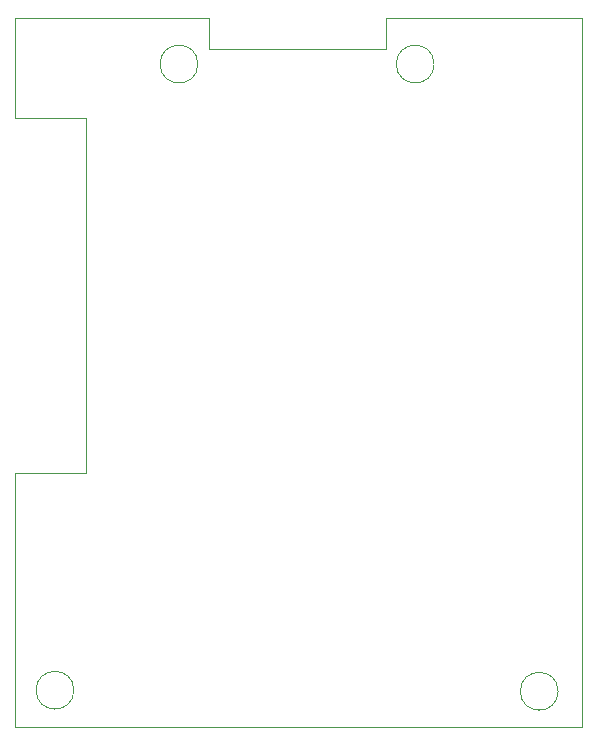
<source format=gbr>
%TF.GenerationSoftware,KiCad,Pcbnew,7.0.10*%
%TF.CreationDate,2024-03-09T07:06:28+08:00*%
%TF.ProjectId,ESP32Sensor-Sensor_board,45535033-3253-4656-9e73-6f722d53656e,rev?*%
%TF.SameCoordinates,Original*%
%TF.FileFunction,Profile,NP*%
%FSLAX46Y46*%
G04 Gerber Fmt 4.6, Leading zero omitted, Abs format (unit mm)*
G04 Created by KiCad (PCBNEW 7.0.10) date 2024-03-09 07:06:28*
%MOMM*%
%LPD*%
G01*
G04 APERTURE LIST*
%TA.AperFunction,Profile*%
%ADD10C,0.100000*%
%TD*%
G04 APERTURE END LIST*
D10*
X175000000Y-134000000D02*
X127000000Y-134000000D01*
X127000000Y-82500000D02*
X133000000Y-82500000D01*
X142500000Y-77900000D02*
G75*
G03*
X139300000Y-77900000I-1600000J0D01*
G01*
X139300000Y-77900000D02*
G75*
G03*
X142500000Y-77900000I1600000J0D01*
G01*
X173000000Y-131000000D02*
G75*
G03*
X169800000Y-131000000I-1600000J0D01*
G01*
X169800000Y-131000000D02*
G75*
G03*
X173000000Y-131000000I1600000J0D01*
G01*
X175000000Y-74000000D02*
X175000000Y-134000000D01*
X133000000Y-112500000D02*
X127000000Y-112500000D01*
X143400000Y-76600000D02*
X143400000Y-74000000D01*
X127000000Y-112500000D02*
X127000000Y-134000000D01*
X132000000Y-130912000D02*
G75*
G03*
X128800000Y-130912000I-1600000J0D01*
G01*
X128800000Y-130912000D02*
G75*
G03*
X132000000Y-130912000I1600000J0D01*
G01*
X175000000Y-74000000D02*
X158400000Y-74000000D01*
X133000000Y-82500000D02*
X133000000Y-112500000D01*
X158400000Y-74000000D02*
X158400000Y-76600000D01*
X127000000Y-74000000D02*
X143400000Y-74000000D01*
X127000000Y-74000000D02*
X127000000Y-82500000D01*
X158400000Y-76600000D02*
X143400000Y-76600000D01*
X162500000Y-77900000D02*
G75*
G03*
X159300000Y-77900000I-1600000J0D01*
G01*
X159300000Y-77900000D02*
G75*
G03*
X162500000Y-77900000I1600000J0D01*
G01*
M02*

</source>
